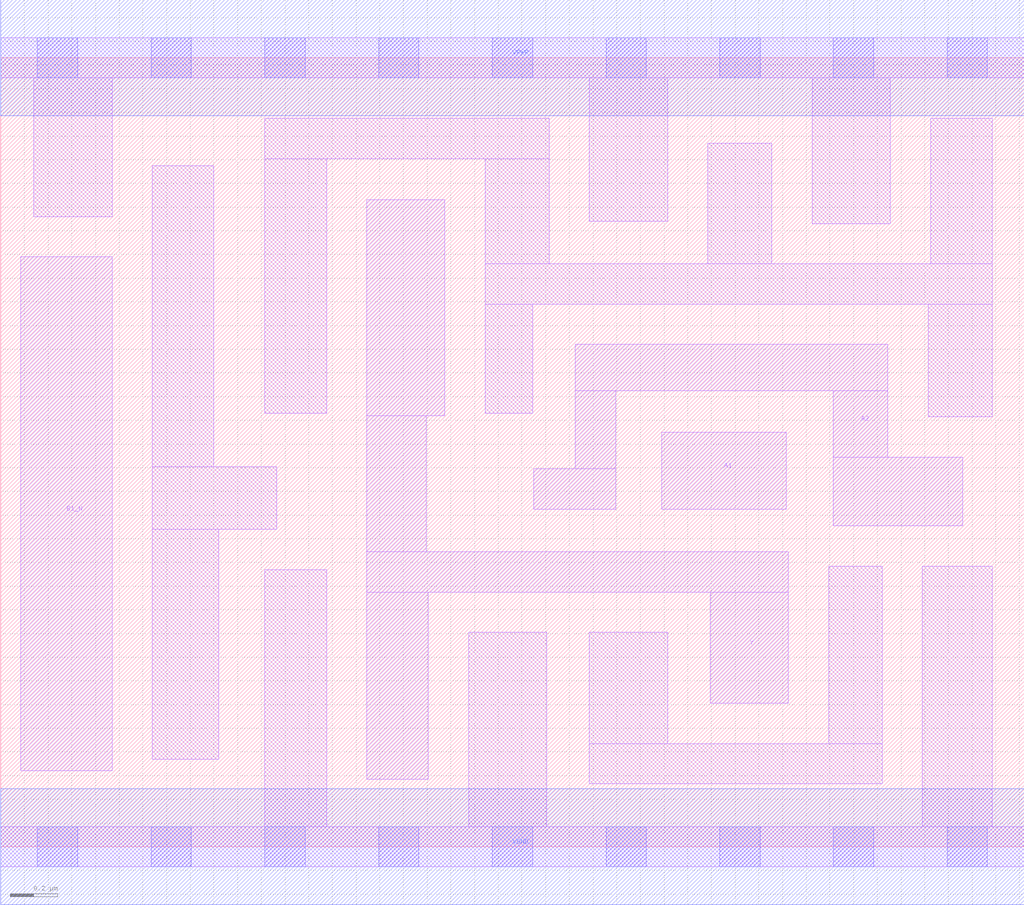
<source format=lef>
# Copyright 2020 The SkyWater PDK Authors
#
# Licensed under the Apache License, Version 2.0 (the "License");
# you may not use this file except in compliance with the License.
# You may obtain a copy of the License at
#
#     https://www.apache.org/licenses/LICENSE-2.0
#
# Unless required by applicable law or agreed to in writing, software
# distributed under the License is distributed on an "AS IS" BASIS,
# WITHOUT WARRANTIES OR CONDITIONS OF ANY KIND, either express or implied.
# See the License for the specific language governing permissions and
# limitations under the License.
#
# SPDX-License-Identifier: Apache-2.0

VERSION 5.7 ;
  NOWIREEXTENSIONATPIN ON ;
  DIVIDERCHAR "/" ;
  BUSBITCHARS "[]" ;
UNITS
  DATABASE MICRONS 200 ;
END UNITS
MACRO sky130_fd_sc_lp__a21boi_2
  CLASS CORE ;
  FOREIGN sky130_fd_sc_lp__a21boi_2 ;
  ORIGIN  0.000000  0.000000 ;
  SIZE  4.320000 BY  3.330000 ;
  SYMMETRY X Y R90 ;
  SITE unit ;
  PIN A1
    ANTENNAGATEAREA  0.630000 ;
    DIRECTION INPUT ;
    USE SIGNAL ;
    PORT
      LAYER li1 ;
        RECT 2.790000 1.425000 3.315000 1.750000 ;
    END
  END A1
  PIN A2
    ANTENNAGATEAREA  0.630000 ;
    DIRECTION INPUT ;
    USE SIGNAL ;
    PORT
      LAYER li1 ;
        RECT 2.250000 1.425000 2.595000 1.595000 ;
        RECT 2.425000 1.595000 2.595000 1.925000 ;
        RECT 2.425000 1.925000 3.745000 2.120000 ;
        RECT 3.515000 1.355000 4.060000 1.645000 ;
        RECT 3.515000 1.645000 3.745000 1.925000 ;
    END
  END A2
  PIN B1_N
    ANTENNAGATEAREA  0.126000 ;
    DIRECTION INPUT ;
    USE SIGNAL ;
    PORT
      LAYER li1 ;
        RECT 0.085000 0.320000 0.470000 2.490000 ;
    END
  END B1_N
  PIN Y
    ANTENNADIFFAREA  0.890400 ;
    DIRECTION OUTPUT ;
    USE SIGNAL ;
    PORT
      LAYER li1 ;
        RECT 1.545000 0.285000 1.805000 1.075000 ;
        RECT 1.545000 1.075000 3.325000 1.245000 ;
        RECT 1.545000 1.245000 1.795000 1.820000 ;
        RECT 1.545000 1.820000 1.875000 2.730000 ;
        RECT 2.995000 0.605000 3.325000 1.075000 ;
    END
  END Y
  PIN VGND
    DIRECTION INOUT ;
    USE GROUND ;
    PORT
      LAYER met1 ;
        RECT 0.000000 -0.245000 4.320000 0.245000 ;
    END
  END VGND
  PIN VPWR
    DIRECTION INOUT ;
    USE POWER ;
    PORT
      LAYER met1 ;
        RECT 0.000000 3.085000 4.320000 3.575000 ;
    END
  END VPWR
  OBS
    LAYER li1 ;
      RECT 0.000000 -0.085000 4.320000 0.085000 ;
      RECT 0.000000  3.245000 4.320000 3.415000 ;
      RECT 0.140000  2.660000 0.470000 3.245000 ;
      RECT 0.640000  0.370000 0.920000 1.340000 ;
      RECT 0.640000  1.340000 1.165000 1.605000 ;
      RECT 0.640000  1.605000 0.900000 2.875000 ;
      RECT 1.115000  0.085000 1.375000 1.170000 ;
      RECT 1.115000  1.830000 1.375000 2.905000 ;
      RECT 1.115000  2.905000 2.315000 3.075000 ;
      RECT 1.975000  0.085000 2.305000 0.905000 ;
      RECT 2.045000  1.830000 2.245000 2.290000 ;
      RECT 2.045000  2.290000 4.185000 2.460000 ;
      RECT 2.045000  2.460000 2.315000 2.905000 ;
      RECT 2.485000  0.265000 3.720000 0.435000 ;
      RECT 2.485000  0.435000 2.815000 0.905000 ;
      RECT 2.485000  2.640000 2.815000 3.245000 ;
      RECT 2.985000  2.460000 3.255000 2.970000 ;
      RECT 3.425000  2.630000 3.755000 3.245000 ;
      RECT 3.495000  0.435000 3.720000 1.185000 ;
      RECT 3.890000  0.085000 4.185000 1.185000 ;
      RECT 3.915000  1.815000 4.185000 2.290000 ;
      RECT 3.925000  2.460000 4.185000 3.075000 ;
    LAYER mcon ;
      RECT 0.155000 -0.085000 0.325000 0.085000 ;
      RECT 0.155000  3.245000 0.325000 3.415000 ;
      RECT 0.635000 -0.085000 0.805000 0.085000 ;
      RECT 0.635000  3.245000 0.805000 3.415000 ;
      RECT 1.115000 -0.085000 1.285000 0.085000 ;
      RECT 1.115000  3.245000 1.285000 3.415000 ;
      RECT 1.595000 -0.085000 1.765000 0.085000 ;
      RECT 1.595000  3.245000 1.765000 3.415000 ;
      RECT 2.075000 -0.085000 2.245000 0.085000 ;
      RECT 2.075000  3.245000 2.245000 3.415000 ;
      RECT 2.555000 -0.085000 2.725000 0.085000 ;
      RECT 2.555000  3.245000 2.725000 3.415000 ;
      RECT 3.035000 -0.085000 3.205000 0.085000 ;
      RECT 3.035000  3.245000 3.205000 3.415000 ;
      RECT 3.515000 -0.085000 3.685000 0.085000 ;
      RECT 3.515000  3.245000 3.685000 3.415000 ;
      RECT 3.995000 -0.085000 4.165000 0.085000 ;
      RECT 3.995000  3.245000 4.165000 3.415000 ;
  END
END sky130_fd_sc_lp__a21boi_2
END LIBRARY

</source>
